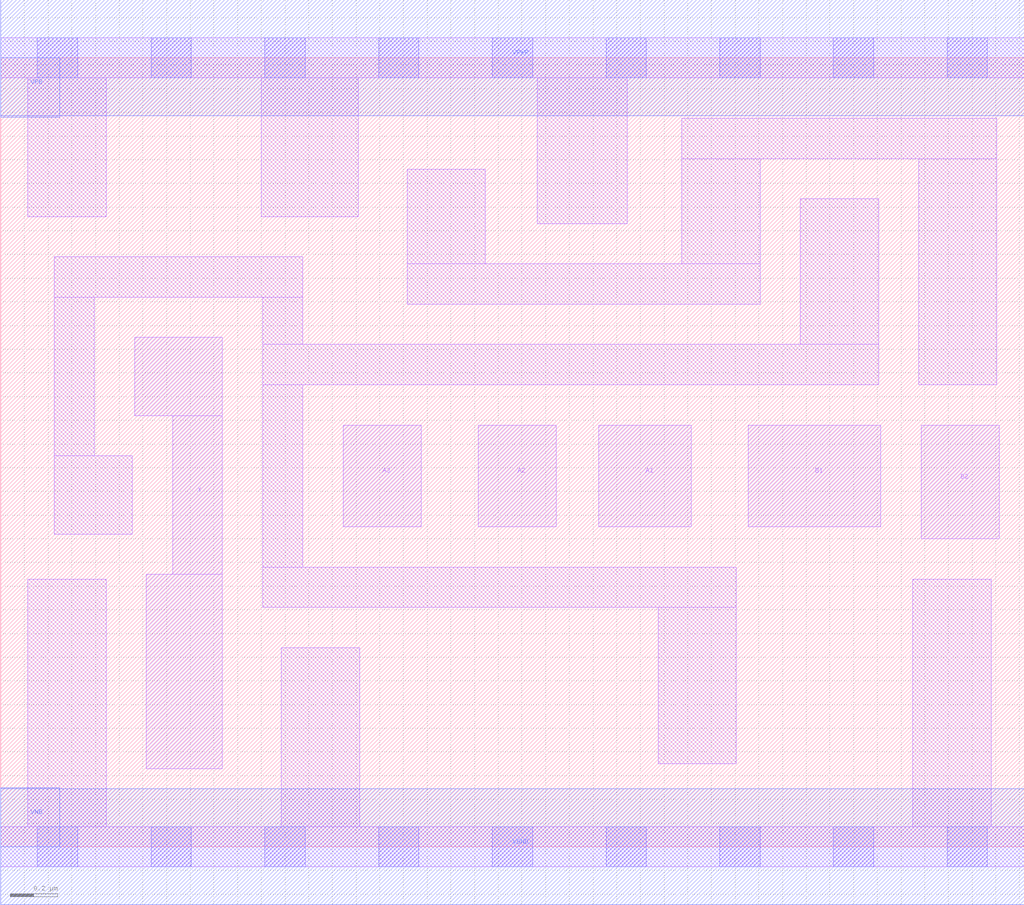
<source format=lef>
# Copyright 2020 The SkyWater PDK Authors
#
# Licensed under the Apache License, Version 2.0 (the "License");
# you may not use this file except in compliance with the License.
# You may obtain a copy of the License at
#
#     https://www.apache.org/licenses/LICENSE-2.0
#
# Unless required by applicable law or agreed to in writing, software
# distributed under the License is distributed on an "AS IS" BASIS,
# WITHOUT WARRANTIES OR CONDITIONS OF ANY KIND, either express or implied.
# See the License for the specific language governing permissions and
# limitations under the License.
#
# SPDX-License-Identifier: Apache-2.0

VERSION 5.5 ;
NAMESCASESENSITIVE ON ;
BUSBITCHARS "[]" ;
DIVIDERCHAR "/" ;
MACRO sky130_fd_sc_ms__a32o_2
  CLASS CORE ;
  SOURCE USER ;
  ORIGIN  0.000000  0.000000 ;
  SIZE  4.320000 BY  3.330000 ;
  SYMMETRY X Y ;
  SITE unit ;
  PIN A1
    ANTENNAGATEAREA  0.261000 ;
    DIRECTION INPUT ;
    USE SIGNAL ;
    PORT
      LAYER li1 ;
        RECT 2.525000 1.350000 2.915000 1.780000 ;
    END
  END A1
  PIN A2
    ANTENNAGATEAREA  0.261000 ;
    DIRECTION INPUT ;
    USE SIGNAL ;
    PORT
      LAYER li1 ;
        RECT 2.015000 1.350000 2.345000 1.780000 ;
    END
  END A2
  PIN A3
    ANTENNAGATEAREA  0.261000 ;
    DIRECTION INPUT ;
    USE SIGNAL ;
    PORT
      LAYER li1 ;
        RECT 1.445000 1.350000 1.775000 1.780000 ;
    END
  END A3
  PIN B1
    ANTENNAGATEAREA  0.261000 ;
    DIRECTION INPUT ;
    USE SIGNAL ;
    PORT
      LAYER li1 ;
        RECT 3.155000 1.350000 3.715000 1.780000 ;
    END
  END B1
  PIN B2
    ANTENNAGATEAREA  0.261000 ;
    DIRECTION INPUT ;
    USE SIGNAL ;
    PORT
      LAYER li1 ;
        RECT 3.885000 1.300000 4.215000 1.780000 ;
    END
  END B2
  PIN X
    ANTENNADIFFAREA  0.550600 ;
    DIRECTION OUTPUT ;
    USE SIGNAL ;
    PORT
      LAYER li1 ;
        RECT 0.565000 1.820000 0.935000 2.150000 ;
        RECT 0.615000 0.330000 0.935000 1.150000 ;
        RECT 0.725000 1.150000 0.935000 1.820000 ;
    END
  END X
  PIN VGND
    DIRECTION INOUT ;
    USE GROUND ;
    PORT
      LAYER met1 ;
        RECT 0.000000 -0.245000 4.320000 0.245000 ;
    END
  END VGND
  PIN VNB
    DIRECTION INOUT ;
    USE GROUND ;
    PORT
      LAYER met1 ;
        RECT 0.000000 0.000000 0.250000 0.250000 ;
    END
  END VNB
  PIN VPB
    DIRECTION INOUT ;
    USE POWER ;
    PORT
      LAYER met1 ;
        RECT 0.000000 3.080000 0.250000 3.330000 ;
    END
  END VPB
  PIN VPWR
    DIRECTION INOUT ;
    USE POWER ;
    PORT
      LAYER met1 ;
        RECT 0.000000 3.085000 4.320000 3.575000 ;
    END
  END VPWR
  OBS
    LAYER li1 ;
      RECT 0.000000 -0.085000 4.320000 0.085000 ;
      RECT 0.000000  3.245000 4.320000 3.415000 ;
      RECT 0.115000  0.085000 0.445000 1.130000 ;
      RECT 0.115000  2.660000 0.445000 3.245000 ;
      RECT 0.225000  1.320000 0.555000 1.650000 ;
      RECT 0.225000  1.650000 0.395000 2.320000 ;
      RECT 0.225000  2.320000 1.275000 2.490000 ;
      RECT 1.100000  2.660000 1.510000 3.245000 ;
      RECT 1.105000  1.010000 3.105000 1.180000 ;
      RECT 1.105000  1.180000 1.275000 1.950000 ;
      RECT 1.105000  1.950000 3.705000 2.120000 ;
      RECT 1.105000  2.120000 1.275000 2.320000 ;
      RECT 1.185000  0.085000 1.515000 0.840000 ;
      RECT 1.715000  2.290000 3.205000 2.460000 ;
      RECT 1.715000  2.460000 2.045000 2.860000 ;
      RECT 2.265000  2.630000 2.645000 3.245000 ;
      RECT 2.775000  0.350000 3.105000 1.010000 ;
      RECT 2.875000  2.460000 3.205000 2.905000 ;
      RECT 2.875000  2.905000 4.205000 3.075000 ;
      RECT 3.375000  2.120000 3.705000 2.735000 ;
      RECT 3.850000  0.085000 4.180000 1.130000 ;
      RECT 3.875000  1.950000 4.205000 2.905000 ;
    LAYER mcon ;
      RECT 0.155000 -0.085000 0.325000 0.085000 ;
      RECT 0.155000  3.245000 0.325000 3.415000 ;
      RECT 0.635000 -0.085000 0.805000 0.085000 ;
      RECT 0.635000  3.245000 0.805000 3.415000 ;
      RECT 1.115000 -0.085000 1.285000 0.085000 ;
      RECT 1.115000  3.245000 1.285000 3.415000 ;
      RECT 1.595000 -0.085000 1.765000 0.085000 ;
      RECT 1.595000  3.245000 1.765000 3.415000 ;
      RECT 2.075000 -0.085000 2.245000 0.085000 ;
      RECT 2.075000  3.245000 2.245000 3.415000 ;
      RECT 2.555000 -0.085000 2.725000 0.085000 ;
      RECT 2.555000  3.245000 2.725000 3.415000 ;
      RECT 3.035000 -0.085000 3.205000 0.085000 ;
      RECT 3.035000  3.245000 3.205000 3.415000 ;
      RECT 3.515000 -0.085000 3.685000 0.085000 ;
      RECT 3.515000  3.245000 3.685000 3.415000 ;
      RECT 3.995000 -0.085000 4.165000 0.085000 ;
      RECT 3.995000  3.245000 4.165000 3.415000 ;
  END
END sky130_fd_sc_ms__a32o_2
END LIBRARY

</source>
